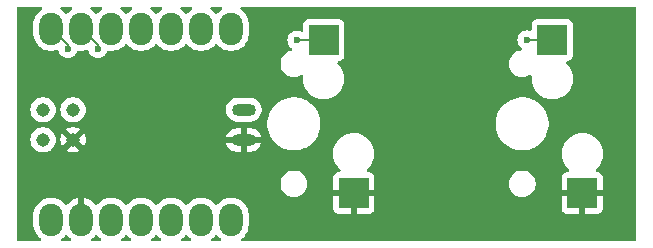
<source format=gbr>
G04 #@! TF.GenerationSoftware,KiCad,Pcbnew,8.0.6*
G04 #@! TF.CreationDate,2025-06-28T12:59:50+01:00*
G04 #@! TF.ProjectId,1x2,3178322e-6b69-4636-9164-5f7063625858,0.1*
G04 #@! TF.SameCoordinates,Original*
G04 #@! TF.FileFunction,Copper,L2,Bot*
G04 #@! TF.FilePolarity,Positive*
%FSLAX46Y46*%
G04 Gerber Fmt 4.6, Leading zero omitted, Abs format (unit mm)*
G04 Created by KiCad (PCBNEW 8.0.6) date 2025-06-28 12:59:50*
%MOMM*%
%LPD*%
G01*
G04 APERTURE LIST*
G04 #@! TA.AperFunction,SMDPad,CuDef*
%ADD10R,2.500000X2.550000*%
G04 #@! TD*
G04 #@! TA.AperFunction,SMDPad,CuDef*
%ADD11O,1.998980X2.748280*%
G04 #@! TD*
G04 #@! TA.AperFunction,SMDPad,CuDef*
%ADD12O,2.032000X1.016000*%
G04 #@! TD*
G04 #@! TA.AperFunction,SMDPad,CuDef*
%ADD13C,1.143000*%
G04 #@! TD*
G04 #@! TA.AperFunction,ViaPad*
%ADD14C,0.600000*%
G04 #@! TD*
G04 #@! TA.AperFunction,Conductor*
%ADD15C,0.200000*%
G04 #@! TD*
G04 APERTURE END LIST*
D10*
X124543942Y-56415000D03*
X127083942Y-69342000D03*
X105196876Y-56415000D03*
X107736876Y-69342000D03*
D11*
X82112942Y-55450000D03*
X84652942Y-55450000D03*
X87192942Y-55450000D03*
X89732942Y-55450000D03*
X92272942Y-55450000D03*
X94812942Y-55450000D03*
X97352942Y-55450000D03*
X97352942Y-71614560D03*
X94812942Y-71614560D03*
X92272942Y-71614560D03*
X89732942Y-71614560D03*
X87192942Y-71614560D03*
X84652942Y-71614560D03*
X82112942Y-71614560D03*
D12*
X98430762Y-62316880D03*
X98430762Y-64866880D03*
D13*
X81426575Y-62315683D03*
X81426575Y-64855683D03*
X83966575Y-62315683D03*
X83966575Y-64855683D03*
D14*
X102910000Y-56410000D03*
X83522942Y-57150000D03*
X122384942Y-56388000D03*
X86062942Y-57150000D03*
D15*
X103615942Y-56415000D02*
X105196876Y-56415000D01*
X102910000Y-56410000D02*
X103610942Y-56410000D01*
X82142692Y-55450000D02*
X83522942Y-56830250D01*
X83522942Y-56830250D02*
X83522942Y-57150000D01*
X103610942Y-56410000D02*
X103615942Y-56415000D01*
X82112942Y-55450000D02*
X82142692Y-55450000D01*
X86062942Y-56830250D02*
X86062942Y-57150000D01*
X84652942Y-55450000D02*
X84682692Y-55450000D01*
X122384942Y-56388000D02*
X124516942Y-56388000D01*
X124516942Y-56388000D02*
X124543942Y-56415000D01*
X84682692Y-55450000D02*
X86062942Y-56830250D01*
X89732942Y-55450000D02*
X89762692Y-55450000D01*
X87192942Y-55450000D02*
X87222692Y-55450000D01*
G04 #@! TA.AperFunction,Conductor*
G36*
X81295639Y-53606185D02*
G01*
X81341394Y-53658989D01*
X81351338Y-53728147D01*
X81322313Y-53791703D01*
X81301485Y-53810818D01*
X81135770Y-53931216D01*
X81135765Y-53931220D01*
X80968812Y-54098173D01*
X80968808Y-54098178D01*
X80830038Y-54289180D01*
X80722848Y-54499549D01*
X80649887Y-54724101D01*
X80612952Y-54957298D01*
X80612952Y-55942701D01*
X80649887Y-56175898D01*
X80722848Y-56400450D01*
X80796562Y-56545121D01*
X80807837Y-56567249D01*
X80830038Y-56610819D01*
X80968808Y-56801821D01*
X80968812Y-56801826D01*
X81135765Y-56968779D01*
X81135770Y-56968783D01*
X81299522Y-57087755D01*
X81326776Y-57107556D01*
X81455939Y-57173368D01*
X81537141Y-57214743D01*
X81537143Y-57214743D01*
X81537146Y-57214745D01*
X81761694Y-57287705D01*
X81994890Y-57324640D01*
X81994891Y-57324640D01*
X82230993Y-57324640D01*
X82230994Y-57324640D01*
X82464190Y-57287705D01*
X82581296Y-57249654D01*
X82651135Y-57247660D01*
X82710968Y-57283740D01*
X82736654Y-57326631D01*
X82797151Y-57499519D01*
X82797153Y-57499522D01*
X82893126Y-57652262D01*
X83020680Y-57779816D01*
X83173420Y-57875789D01*
X83334999Y-57932328D01*
X83343687Y-57935368D01*
X83343692Y-57935369D01*
X83522938Y-57955565D01*
X83522942Y-57955565D01*
X83522946Y-57955565D01*
X83702191Y-57935369D01*
X83702194Y-57935368D01*
X83702197Y-57935368D01*
X83872464Y-57875789D01*
X84025204Y-57779816D01*
X84152758Y-57652262D01*
X84248731Y-57499522D01*
X84287547Y-57388590D01*
X84328267Y-57331817D01*
X84393220Y-57306069D01*
X84423986Y-57307074D01*
X84470070Y-57314373D01*
X84534890Y-57324640D01*
X84534891Y-57324640D01*
X84770993Y-57324640D01*
X84770994Y-57324640D01*
X85004190Y-57287705D01*
X85121296Y-57249654D01*
X85191135Y-57247660D01*
X85250968Y-57283740D01*
X85276654Y-57326631D01*
X85337151Y-57499519D01*
X85337153Y-57499522D01*
X85433126Y-57652262D01*
X85560680Y-57779816D01*
X85713420Y-57875789D01*
X85874999Y-57932328D01*
X85883687Y-57935368D01*
X85883692Y-57935369D01*
X86062938Y-57955565D01*
X86062942Y-57955565D01*
X86062946Y-57955565D01*
X86242191Y-57935369D01*
X86242194Y-57935368D01*
X86242197Y-57935368D01*
X86412464Y-57875789D01*
X86565204Y-57779816D01*
X86692758Y-57652262D01*
X86788731Y-57499522D01*
X86827547Y-57388590D01*
X86868267Y-57331817D01*
X86933220Y-57306069D01*
X86963986Y-57307074D01*
X87010070Y-57314373D01*
X87074890Y-57324640D01*
X87074891Y-57324640D01*
X87310993Y-57324640D01*
X87310994Y-57324640D01*
X87544190Y-57287705D01*
X87768738Y-57214745D01*
X87979108Y-57107556D01*
X88170120Y-56968778D01*
X88337070Y-56801828D01*
X88362623Y-56766656D01*
X88417952Y-56723991D01*
X88487565Y-56718010D01*
X88549361Y-56750615D01*
X88563261Y-56766657D01*
X88588810Y-56801824D01*
X88755765Y-56968779D01*
X88755770Y-56968783D01*
X88919522Y-57087755D01*
X88946776Y-57107556D01*
X89075939Y-57173368D01*
X89157141Y-57214743D01*
X89157143Y-57214743D01*
X89157146Y-57214745D01*
X89381694Y-57287705D01*
X89614890Y-57324640D01*
X89614891Y-57324640D01*
X89850993Y-57324640D01*
X89850994Y-57324640D01*
X90084190Y-57287705D01*
X90308738Y-57214745D01*
X90519108Y-57107556D01*
X90710120Y-56968778D01*
X90877070Y-56801828D01*
X90902623Y-56766656D01*
X90957952Y-56723991D01*
X91027565Y-56718010D01*
X91089361Y-56750615D01*
X91103261Y-56766657D01*
X91128810Y-56801824D01*
X91295765Y-56968779D01*
X91295770Y-56968783D01*
X91459522Y-57087755D01*
X91486776Y-57107556D01*
X91615939Y-57173368D01*
X91697141Y-57214743D01*
X91697143Y-57214743D01*
X91697146Y-57214745D01*
X91921694Y-57287705D01*
X92154890Y-57324640D01*
X92154891Y-57324640D01*
X92390993Y-57324640D01*
X92390994Y-57324640D01*
X92624190Y-57287705D01*
X92848738Y-57214745D01*
X93059108Y-57107556D01*
X93250120Y-56968778D01*
X93417070Y-56801828D01*
X93442623Y-56766656D01*
X93497952Y-56723991D01*
X93567565Y-56718010D01*
X93629361Y-56750615D01*
X93643261Y-56766657D01*
X93668810Y-56801824D01*
X93835765Y-56968779D01*
X93835770Y-56968783D01*
X93999522Y-57087755D01*
X94026776Y-57107556D01*
X94155939Y-57173368D01*
X94237141Y-57214743D01*
X94237143Y-57214743D01*
X94237146Y-57214745D01*
X94461694Y-57287705D01*
X94694890Y-57324640D01*
X94694891Y-57324640D01*
X94930993Y-57324640D01*
X94930994Y-57324640D01*
X95164190Y-57287705D01*
X95388738Y-57214745D01*
X95599108Y-57107556D01*
X95790120Y-56968778D01*
X95957070Y-56801828D01*
X95982623Y-56766656D01*
X96037952Y-56723991D01*
X96107565Y-56718010D01*
X96169361Y-56750615D01*
X96183261Y-56766657D01*
X96208810Y-56801824D01*
X96375765Y-56968779D01*
X96375770Y-56968783D01*
X96539522Y-57087755D01*
X96566776Y-57107556D01*
X96695939Y-57173368D01*
X96777141Y-57214743D01*
X96777143Y-57214743D01*
X96777146Y-57214745D01*
X97001694Y-57287705D01*
X97234890Y-57324640D01*
X97234891Y-57324640D01*
X97470993Y-57324640D01*
X97470994Y-57324640D01*
X97704190Y-57287705D01*
X97928738Y-57214745D01*
X98139108Y-57107556D01*
X98330120Y-56968778D01*
X98497070Y-56801828D01*
X98635848Y-56610816D01*
X98743037Y-56400446D01*
X98815997Y-56175898D01*
X98852932Y-55942702D01*
X98852932Y-54957298D01*
X98815997Y-54724102D01*
X98743037Y-54499554D01*
X98743035Y-54499551D01*
X98743035Y-54499549D01*
X98704148Y-54423230D01*
X98635848Y-54289184D01*
X98618118Y-54264781D01*
X98497075Y-54098178D01*
X98497071Y-54098173D01*
X98330118Y-53931220D01*
X98330113Y-53931216D01*
X98164399Y-53810818D01*
X98121733Y-53755488D01*
X98115754Y-53685875D01*
X98148360Y-53624080D01*
X98209198Y-53589723D01*
X98237284Y-53586500D01*
X131524442Y-53586500D01*
X131591481Y-53606185D01*
X131637236Y-53658989D01*
X131648442Y-53710500D01*
X131648442Y-73289500D01*
X131628757Y-73356539D01*
X131575953Y-73402294D01*
X131524442Y-73413500D01*
X98326143Y-73413500D01*
X98259104Y-73393815D01*
X98213349Y-73341011D01*
X98203405Y-73271853D01*
X98232430Y-73208297D01*
X98253258Y-73189182D01*
X98330114Y-73133343D01*
X98330116Y-73133340D01*
X98330120Y-73133338D01*
X98497070Y-72966388D01*
X98635848Y-72775376D01*
X98743037Y-72565006D01*
X98815997Y-72340458D01*
X98852932Y-72107262D01*
X98852932Y-71121858D01*
X98815997Y-70888662D01*
X98743274Y-70664844D01*
X105986876Y-70664844D01*
X105993277Y-70724372D01*
X105993279Y-70724379D01*
X106043521Y-70859086D01*
X106043525Y-70859093D01*
X106129685Y-70974187D01*
X106129688Y-70974190D01*
X106244782Y-71060350D01*
X106244789Y-71060354D01*
X106379496Y-71110596D01*
X106379503Y-71110598D01*
X106439031Y-71116999D01*
X106439048Y-71117000D01*
X107486876Y-71117000D01*
X107986876Y-71117000D01*
X109034704Y-71117000D01*
X109034720Y-71116999D01*
X109094248Y-71110598D01*
X109094255Y-71110596D01*
X109228962Y-71060354D01*
X109228969Y-71060350D01*
X109344063Y-70974190D01*
X109344066Y-70974187D01*
X109430226Y-70859093D01*
X109430230Y-70859086D01*
X109480472Y-70724379D01*
X109480474Y-70724372D01*
X109486875Y-70664844D01*
X125333942Y-70664844D01*
X125340343Y-70724372D01*
X125340345Y-70724379D01*
X125390587Y-70859086D01*
X125390591Y-70859093D01*
X125476751Y-70974187D01*
X125476754Y-70974190D01*
X125591848Y-71060350D01*
X125591855Y-71060354D01*
X125726562Y-71110596D01*
X125726569Y-71110598D01*
X125786097Y-71116999D01*
X125786114Y-71117000D01*
X126833942Y-71117000D01*
X127333942Y-71117000D01*
X128381770Y-71117000D01*
X128381786Y-71116999D01*
X128441314Y-71110598D01*
X128441321Y-71110596D01*
X128576028Y-71060354D01*
X128576035Y-71060350D01*
X128691129Y-70974190D01*
X128691132Y-70974187D01*
X128777292Y-70859093D01*
X128777296Y-70859086D01*
X128827538Y-70724379D01*
X128827540Y-70724372D01*
X128833941Y-70664844D01*
X128833942Y-70664827D01*
X128833942Y-69592000D01*
X127333942Y-69592000D01*
X127333942Y-71117000D01*
X126833942Y-71117000D01*
X126833942Y-69592000D01*
X125333942Y-69592000D01*
X125333942Y-70664844D01*
X109486875Y-70664844D01*
X109486876Y-70664827D01*
X109486876Y-69592000D01*
X107986876Y-69592000D01*
X107986876Y-71117000D01*
X107486876Y-71117000D01*
X107486876Y-69592000D01*
X105986876Y-69592000D01*
X105986876Y-70664844D01*
X98743274Y-70664844D01*
X98743037Y-70664114D01*
X98743035Y-70664111D01*
X98743035Y-70664109D01*
X98704148Y-70587790D01*
X98635848Y-70453744D01*
X98618118Y-70429341D01*
X98497075Y-70262738D01*
X98497071Y-70262733D01*
X98330118Y-70095780D01*
X98330113Y-70095776D01*
X98139111Y-69957006D01*
X98139110Y-69957005D01*
X98139108Y-69957004D01*
X98073413Y-69923530D01*
X97928742Y-69849816D01*
X97704190Y-69776855D01*
X97470994Y-69739920D01*
X97234890Y-69739920D01*
X97118292Y-69758387D01*
X97001693Y-69776855D01*
X96777141Y-69849816D01*
X96566772Y-69957006D01*
X96375770Y-70095776D01*
X96375765Y-70095780D01*
X96208816Y-70262729D01*
X96208811Y-70262735D01*
X96183260Y-70297904D01*
X96127930Y-70340570D01*
X96058317Y-70346549D01*
X95996522Y-70313943D01*
X95982624Y-70297904D01*
X95957307Y-70263058D01*
X95957070Y-70262732D01*
X95790120Y-70095782D01*
X95790118Y-70095780D01*
X95790113Y-70095776D01*
X95599111Y-69957006D01*
X95599110Y-69957005D01*
X95599108Y-69957004D01*
X95533413Y-69923530D01*
X95388742Y-69849816D01*
X95164190Y-69776855D01*
X94930994Y-69739920D01*
X94694890Y-69739920D01*
X94578292Y-69758387D01*
X94461693Y-69776855D01*
X94237141Y-69849816D01*
X94026772Y-69957006D01*
X93835770Y-70095776D01*
X93835765Y-70095780D01*
X93668816Y-70262729D01*
X93668811Y-70262735D01*
X93643260Y-70297904D01*
X93587930Y-70340570D01*
X93518317Y-70346549D01*
X93456522Y-70313943D01*
X93442624Y-70297904D01*
X93417307Y-70263058D01*
X93417070Y-70262732D01*
X93250120Y-70095782D01*
X93250118Y-70095780D01*
X93250113Y-70095776D01*
X93059111Y-69957006D01*
X93059110Y-69957005D01*
X93059108Y-69957004D01*
X92993413Y-69923530D01*
X92848742Y-69849816D01*
X92624190Y-69776855D01*
X92390994Y-69739920D01*
X92154890Y-69739920D01*
X92038292Y-69758387D01*
X91921693Y-69776855D01*
X91697141Y-69849816D01*
X91486772Y-69957006D01*
X91295770Y-70095776D01*
X91295765Y-70095780D01*
X91128816Y-70262729D01*
X91128811Y-70262735D01*
X91103260Y-70297904D01*
X91047930Y-70340570D01*
X90978317Y-70346549D01*
X90916522Y-70313943D01*
X90902624Y-70297904D01*
X90877307Y-70263058D01*
X90877070Y-70262732D01*
X90710120Y-70095782D01*
X90710118Y-70095780D01*
X90710113Y-70095776D01*
X90519111Y-69957006D01*
X90519110Y-69957005D01*
X90519108Y-69957004D01*
X90453413Y-69923530D01*
X90308742Y-69849816D01*
X90084190Y-69776855D01*
X89850994Y-69739920D01*
X89614890Y-69739920D01*
X89498292Y-69758387D01*
X89381693Y-69776855D01*
X89157141Y-69849816D01*
X88946772Y-69957006D01*
X88755770Y-70095776D01*
X88755765Y-70095780D01*
X88588816Y-70262729D01*
X88588811Y-70262735D01*
X88563260Y-70297904D01*
X88507930Y-70340570D01*
X88438317Y-70346549D01*
X88376522Y-70313943D01*
X88362624Y-70297904D01*
X88337307Y-70263058D01*
X88337070Y-70262732D01*
X88170120Y-70095782D01*
X88170118Y-70095780D01*
X88170113Y-70095776D01*
X87979111Y-69957006D01*
X87979110Y-69957005D01*
X87979108Y-69957004D01*
X87913413Y-69923530D01*
X87768742Y-69849816D01*
X87544190Y-69776855D01*
X87310994Y-69739920D01*
X87074890Y-69739920D01*
X86958292Y-69758387D01*
X86841693Y-69776855D01*
X86617141Y-69849816D01*
X86406772Y-69957006D01*
X86215770Y-70095776D01*
X86215765Y-70095780D01*
X86048816Y-70262729D01*
X86048816Y-70262730D01*
X86048814Y-70262732D01*
X86022952Y-70298328D01*
X86022951Y-70298330D01*
X85967621Y-70340995D01*
X85898007Y-70346974D01*
X85836212Y-70314368D01*
X85822315Y-70298330D01*
X85796686Y-70263055D01*
X85629796Y-70096165D01*
X85438846Y-69957431D01*
X85228548Y-69850279D01*
X85004069Y-69777341D01*
X84902942Y-69761323D01*
X84902942Y-71740560D01*
X84883257Y-71807599D01*
X84830453Y-71853354D01*
X84778942Y-71864560D01*
X84526942Y-71864560D01*
X84459903Y-71844875D01*
X84414148Y-71792071D01*
X84402942Y-71740560D01*
X84402942Y-69761323D01*
X84301814Y-69777341D01*
X84077335Y-69850279D01*
X83867037Y-69957431D01*
X83676088Y-70096165D01*
X83676087Y-70096165D01*
X83509194Y-70263058D01*
X83483568Y-70298330D01*
X83428238Y-70340995D01*
X83358624Y-70346973D01*
X83296830Y-70314366D01*
X83282933Y-70298328D01*
X83257075Y-70262738D01*
X83257071Y-70262733D01*
X83090118Y-70095780D01*
X83090113Y-70095776D01*
X82899111Y-69957006D01*
X82899110Y-69957005D01*
X82899108Y-69957004D01*
X82833413Y-69923530D01*
X82688742Y-69849816D01*
X82464190Y-69776855D01*
X82230994Y-69739920D01*
X81994890Y-69739920D01*
X81878292Y-69758387D01*
X81761693Y-69776855D01*
X81537141Y-69849816D01*
X81326772Y-69957006D01*
X81135770Y-70095776D01*
X81135765Y-70095780D01*
X80968812Y-70262733D01*
X80968808Y-70262738D01*
X80830038Y-70453740D01*
X80722848Y-70664109D01*
X80649887Y-70888661D01*
X80612952Y-71121858D01*
X80612952Y-72107261D01*
X80649887Y-72340458D01*
X80722848Y-72565010D01*
X80830038Y-72775379D01*
X80968808Y-72966381D01*
X80968812Y-72966386D01*
X81135769Y-73133343D01*
X81212626Y-73189182D01*
X81255292Y-73244511D01*
X81261271Y-73314125D01*
X81228666Y-73375920D01*
X81167827Y-73410277D01*
X81139741Y-73413500D01*
X79321442Y-73413500D01*
X79254403Y-73393815D01*
X79208648Y-73341011D01*
X79197442Y-73289500D01*
X79197442Y-68491421D01*
X101531376Y-68491421D01*
X101531376Y-68668578D01*
X101559090Y-68843556D01*
X101613832Y-69012039D01*
X101613833Y-69012042D01*
X101694262Y-69169890D01*
X101798393Y-69313214D01*
X101923662Y-69438483D01*
X102066986Y-69542614D01*
X102144405Y-69582061D01*
X102224833Y-69623042D01*
X102224836Y-69623043D01*
X102309077Y-69650414D01*
X102393321Y-69677786D01*
X102568297Y-69705500D01*
X102568298Y-69705500D01*
X102745454Y-69705500D01*
X102745455Y-69705500D01*
X102920431Y-69677786D01*
X103088918Y-69623042D01*
X103246766Y-69542614D01*
X103390090Y-69438483D01*
X103515359Y-69313214D01*
X103619490Y-69169890D01*
X103699918Y-69012042D01*
X103754662Y-68843555D01*
X103782376Y-68668579D01*
X103782376Y-68491421D01*
X103754662Y-68316445D01*
X103699918Y-68147958D01*
X103699918Y-68147957D01*
X103619489Y-67990109D01*
X103515359Y-67846786D01*
X103390090Y-67721517D01*
X103246766Y-67617386D01*
X103238833Y-67613344D01*
X103088918Y-67536957D01*
X103088915Y-67536956D01*
X102920432Y-67482214D01*
X102832943Y-67468357D01*
X102745455Y-67454500D01*
X102568297Y-67454500D01*
X102509971Y-67463738D01*
X102393319Y-67482214D01*
X102224836Y-67536956D01*
X102224833Y-67536957D01*
X102066985Y-67617386D01*
X101985214Y-67676796D01*
X101923662Y-67721517D01*
X101923660Y-67721519D01*
X101923659Y-67721519D01*
X101798395Y-67846783D01*
X101798395Y-67846784D01*
X101798393Y-67846786D01*
X101753672Y-67908338D01*
X101694262Y-67990109D01*
X101613833Y-68147957D01*
X101613832Y-68147960D01*
X101559090Y-68316443D01*
X101531376Y-68491421D01*
X79197442Y-68491421D01*
X79197442Y-64855682D01*
X80349982Y-64855682D01*
X80349982Y-64855683D01*
X80368312Y-65053505D01*
X80368313Y-65053508D01*
X80422679Y-65244588D01*
X80422682Y-65244594D01*
X80511237Y-65422436D01*
X80630964Y-65580981D01*
X80706502Y-65649842D01*
X80777783Y-65714823D01*
X80946696Y-65819410D01*
X81131951Y-65891178D01*
X81327240Y-65927683D01*
X81327243Y-65927683D01*
X81525907Y-65927683D01*
X81525910Y-65927683D01*
X81721199Y-65891178D01*
X81906454Y-65819410D01*
X81987515Y-65769219D01*
X83406590Y-65769219D01*
X83406590Y-65769220D01*
X83486916Y-65818957D01*
X83486923Y-65818960D01*
X83672086Y-65890692D01*
X83672091Y-65890693D01*
X83867288Y-65927183D01*
X84065862Y-65927183D01*
X84076159Y-65925258D01*
X105986376Y-65925258D01*
X105986376Y-66154741D01*
X106011322Y-66344215D01*
X106016328Y-66382238D01*
X106016329Y-66382240D01*
X106075718Y-66603887D01*
X106163526Y-66815876D01*
X106163533Y-66815890D01*
X106278268Y-67014617D01*
X106417957Y-67196661D01*
X106417965Y-67196670D01*
X106576614Y-67355319D01*
X106610099Y-67416642D01*
X106605115Y-67486334D01*
X106563243Y-67542267D01*
X106497779Y-67566684D01*
X106488933Y-67567000D01*
X106439031Y-67567000D01*
X106379503Y-67573401D01*
X106379496Y-67573403D01*
X106244789Y-67623645D01*
X106244782Y-67623649D01*
X106129688Y-67709809D01*
X106129685Y-67709812D01*
X106043525Y-67824906D01*
X106043521Y-67824913D01*
X105993279Y-67959620D01*
X105993277Y-67959627D01*
X105986876Y-68019155D01*
X105986876Y-69092000D01*
X109486876Y-69092000D01*
X109486876Y-68491421D01*
X120878442Y-68491421D01*
X120878442Y-68668578D01*
X120906156Y-68843556D01*
X120960898Y-69012039D01*
X120960899Y-69012042D01*
X121041328Y-69169890D01*
X121145459Y-69313214D01*
X121270728Y-69438483D01*
X121414052Y-69542614D01*
X121491471Y-69582061D01*
X121571899Y-69623042D01*
X121571902Y-69623043D01*
X121656143Y-69650414D01*
X121740387Y-69677786D01*
X121915363Y-69705500D01*
X121915364Y-69705500D01*
X122092520Y-69705500D01*
X122092521Y-69705500D01*
X122267497Y-69677786D01*
X122435984Y-69623042D01*
X122593832Y-69542614D01*
X122737156Y-69438483D01*
X122862425Y-69313214D01*
X122966556Y-69169890D01*
X123046984Y-69012042D01*
X123101728Y-68843555D01*
X123129442Y-68668579D01*
X123129442Y-68491421D01*
X123101728Y-68316445D01*
X123046984Y-68147958D01*
X123046984Y-68147957D01*
X122966555Y-67990109D01*
X122862425Y-67846786D01*
X122737156Y-67721517D01*
X122593832Y-67617386D01*
X122585899Y-67613344D01*
X122435984Y-67536957D01*
X122435981Y-67536956D01*
X122267498Y-67482214D01*
X122180009Y-67468357D01*
X122092521Y-67454500D01*
X121915363Y-67454500D01*
X121857037Y-67463738D01*
X121740385Y-67482214D01*
X121571902Y-67536956D01*
X121571899Y-67536957D01*
X121414051Y-67617386D01*
X121332280Y-67676796D01*
X121270728Y-67721517D01*
X121270726Y-67721519D01*
X121270725Y-67721519D01*
X121145461Y-67846783D01*
X121145461Y-67846784D01*
X121145459Y-67846786D01*
X121100738Y-67908338D01*
X121041328Y-67990109D01*
X120960899Y-68147957D01*
X120960898Y-68147960D01*
X120906156Y-68316443D01*
X120878442Y-68491421D01*
X109486876Y-68491421D01*
X109486876Y-68019172D01*
X109486875Y-68019155D01*
X109480474Y-67959627D01*
X109480472Y-67959620D01*
X109430230Y-67824913D01*
X109430226Y-67824906D01*
X109344066Y-67709812D01*
X109344063Y-67709809D01*
X109228969Y-67623649D01*
X109228962Y-67623645D01*
X109094255Y-67573403D01*
X109094248Y-67573401D01*
X109034720Y-67567000D01*
X108984819Y-67567000D01*
X108917780Y-67547315D01*
X108872025Y-67494511D01*
X108862081Y-67425353D01*
X108891106Y-67361797D01*
X108897138Y-67355319D01*
X109055787Y-67196670D01*
X109055790Y-67196665D01*
X109055795Y-67196661D01*
X109195487Y-67014612D01*
X109310220Y-66815888D01*
X109398034Y-66603887D01*
X109457424Y-66382238D01*
X109487376Y-66154734D01*
X109487376Y-65925266D01*
X109487375Y-65925258D01*
X125333442Y-65925258D01*
X125333442Y-66154741D01*
X125358388Y-66344215D01*
X125363394Y-66382238D01*
X125363395Y-66382240D01*
X125422784Y-66603887D01*
X125510592Y-66815876D01*
X125510599Y-66815890D01*
X125625334Y-67014617D01*
X125765023Y-67196661D01*
X125765031Y-67196670D01*
X125923680Y-67355319D01*
X125957165Y-67416642D01*
X125952181Y-67486334D01*
X125910309Y-67542267D01*
X125844845Y-67566684D01*
X125835999Y-67567000D01*
X125786097Y-67567000D01*
X125726569Y-67573401D01*
X125726562Y-67573403D01*
X125591855Y-67623645D01*
X125591848Y-67623649D01*
X125476754Y-67709809D01*
X125476751Y-67709812D01*
X125390591Y-67824906D01*
X125390587Y-67824913D01*
X125340345Y-67959620D01*
X125340343Y-67959627D01*
X125333942Y-68019155D01*
X125333942Y-69092000D01*
X128833942Y-69092000D01*
X128833942Y-68019172D01*
X128833941Y-68019155D01*
X128827540Y-67959627D01*
X128827538Y-67959620D01*
X128777296Y-67824913D01*
X128777292Y-67824906D01*
X128691132Y-67709812D01*
X128691129Y-67709809D01*
X128576035Y-67623649D01*
X128576028Y-67623645D01*
X128441321Y-67573403D01*
X128441314Y-67573401D01*
X128381786Y-67567000D01*
X128331885Y-67567000D01*
X128264846Y-67547315D01*
X128219091Y-67494511D01*
X128209147Y-67425353D01*
X128238172Y-67361797D01*
X128244204Y-67355319D01*
X128402853Y-67196670D01*
X128402856Y-67196665D01*
X128402861Y-67196661D01*
X128542553Y-67014612D01*
X128657286Y-66815888D01*
X128745100Y-66603887D01*
X128804490Y-66382238D01*
X128834442Y-66154734D01*
X128834442Y-65925266D01*
X128804490Y-65697762D01*
X128745100Y-65476113D01*
X128657286Y-65264112D01*
X128542553Y-65065388D01*
X128542550Y-65065385D01*
X128542549Y-65065382D01*
X128402860Y-64883338D01*
X128402853Y-64883330D01*
X128240612Y-64721089D01*
X128240603Y-64721081D01*
X128058559Y-64581392D01*
X127859832Y-64466657D01*
X127859818Y-64466650D01*
X127647829Y-64378842D01*
X127426180Y-64319452D01*
X127388157Y-64314446D01*
X127198683Y-64289500D01*
X127198676Y-64289500D01*
X126969208Y-64289500D01*
X126969200Y-64289500D01*
X126752657Y-64318009D01*
X126741704Y-64319452D01*
X126648018Y-64344554D01*
X126520054Y-64378842D01*
X126308065Y-64466650D01*
X126308051Y-64466657D01*
X126109324Y-64581392D01*
X125927280Y-64721081D01*
X125765023Y-64883338D01*
X125625334Y-65065382D01*
X125510599Y-65264109D01*
X125510592Y-65264123D01*
X125422784Y-65476112D01*
X125363395Y-65697759D01*
X125363393Y-65697770D01*
X125333442Y-65925258D01*
X109487375Y-65925258D01*
X109457424Y-65697762D01*
X109398034Y-65476113D01*
X109310220Y-65264112D01*
X109195487Y-65065388D01*
X109195484Y-65065385D01*
X109195483Y-65065382D01*
X109055794Y-64883338D01*
X109055787Y-64883330D01*
X108893546Y-64721089D01*
X108893537Y-64721081D01*
X108711493Y-64581392D01*
X108512766Y-64466657D01*
X108512752Y-64466650D01*
X108300763Y-64378842D01*
X108079114Y-64319452D01*
X108041091Y-64314446D01*
X107851617Y-64289500D01*
X107851610Y-64289500D01*
X107622142Y-64289500D01*
X107622134Y-64289500D01*
X107405591Y-64318009D01*
X107394638Y-64319452D01*
X107300952Y-64344554D01*
X107172988Y-64378842D01*
X106960999Y-64466650D01*
X106960985Y-64466657D01*
X106762258Y-64581392D01*
X106580214Y-64721081D01*
X106417957Y-64883338D01*
X106278268Y-65065382D01*
X106163533Y-65264109D01*
X106163526Y-65264123D01*
X106075718Y-65476112D01*
X106016329Y-65697759D01*
X106016327Y-65697770D01*
X105986376Y-65925258D01*
X84076159Y-65925258D01*
X84261058Y-65890693D01*
X84261059Y-65890693D01*
X84446229Y-65818958D01*
X84446239Y-65818953D01*
X84526558Y-65769220D01*
X84526559Y-65769219D01*
X83966576Y-65209236D01*
X83966575Y-65209236D01*
X83406590Y-65769219D01*
X81987515Y-65769219D01*
X82075367Y-65714823D01*
X82222187Y-65580979D01*
X82341913Y-65422436D01*
X82430468Y-65244593D01*
X82430468Y-65244590D01*
X82430470Y-65244588D01*
X82461600Y-65135174D01*
X82484837Y-65053506D01*
X82503168Y-64855683D01*
X82503168Y-64855682D01*
X82890485Y-64855682D01*
X82890485Y-64855683D01*
X82908806Y-65053413D01*
X82963150Y-65244409D01*
X82963155Y-65244422D01*
X83049958Y-65418745D01*
X83049959Y-65418745D01*
X83613022Y-64855683D01*
X83613021Y-64855682D01*
X84320128Y-64855682D01*
X84320128Y-64855683D01*
X84883189Y-65418744D01*
X84883190Y-65418744D01*
X84969996Y-65244416D01*
X84970002Y-65244401D01*
X85006285Y-65116880D01*
X96944742Y-65116880D01*
X96953497Y-65160897D01*
X96953499Y-65160903D01*
X97029482Y-65344344D01*
X97029487Y-65344353D01*
X97139796Y-65509441D01*
X97139799Y-65509445D01*
X97280196Y-65649842D01*
X97280200Y-65649845D01*
X97445288Y-65760154D01*
X97445297Y-65760159D01*
X97628738Y-65836142D01*
X97628746Y-65836144D01*
X97823478Y-65874879D01*
X97823481Y-65874880D01*
X98180762Y-65874880D01*
X98680762Y-65874880D01*
X99038043Y-65874880D01*
X99038045Y-65874879D01*
X99232777Y-65836144D01*
X99232785Y-65836142D01*
X99416226Y-65760159D01*
X99416235Y-65760154D01*
X99581323Y-65649845D01*
X99581327Y-65649842D01*
X99721724Y-65509445D01*
X99721727Y-65509441D01*
X99832036Y-65344353D01*
X99832041Y-65344344D01*
X99908024Y-65160903D01*
X99908026Y-65160897D01*
X99916782Y-65116880D01*
X98680762Y-65116880D01*
X98680762Y-65874880D01*
X98180762Y-65874880D01*
X98180762Y-65116880D01*
X96944742Y-65116880D01*
X85006285Y-65116880D01*
X85024342Y-65053415D01*
X85024343Y-65053413D01*
X85042665Y-64855683D01*
X85042665Y-64855682D01*
X85024343Y-64657952D01*
X85024342Y-64657950D01*
X85012656Y-64616879D01*
X96944741Y-64616879D01*
X96944742Y-64616880D01*
X98180762Y-64616880D01*
X98680762Y-64616880D01*
X99916782Y-64616880D01*
X99916782Y-64616879D01*
X99908026Y-64572862D01*
X99908024Y-64572856D01*
X99832041Y-64389415D01*
X99832036Y-64389406D01*
X99721727Y-64224318D01*
X99721724Y-64224314D01*
X99581327Y-64083917D01*
X99581323Y-64083914D01*
X99416235Y-63973605D01*
X99416226Y-63973600D01*
X99232785Y-63897617D01*
X99232777Y-63897615D01*
X99038044Y-63858880D01*
X98680762Y-63858880D01*
X98680762Y-64616880D01*
X98180762Y-64616880D01*
X98180762Y-63858880D01*
X97823480Y-63858880D01*
X97628746Y-63897615D01*
X97628738Y-63897617D01*
X97445297Y-63973600D01*
X97445288Y-63973605D01*
X97280200Y-64083914D01*
X97280196Y-64083917D01*
X97139799Y-64224314D01*
X97139796Y-64224318D01*
X97029487Y-64389406D01*
X97029482Y-64389415D01*
X96953499Y-64572856D01*
X96953497Y-64572862D01*
X96944741Y-64616879D01*
X85012656Y-64616879D01*
X84970002Y-64466964D01*
X84969996Y-64466949D01*
X84883190Y-64292620D01*
X84883189Y-64292620D01*
X84320128Y-64855682D01*
X83613021Y-64855682D01*
X83049958Y-64292619D01*
X82963155Y-64466943D01*
X82963150Y-64466956D01*
X82908806Y-64657952D01*
X82890485Y-64855682D01*
X82503168Y-64855682D01*
X82484837Y-64657860D01*
X82460653Y-64572862D01*
X82430470Y-64466777D01*
X82430467Y-64466771D01*
X82391944Y-64389406D01*
X82341913Y-64288930D01*
X82222187Y-64130387D01*
X82222185Y-64130384D01*
X82075368Y-63996544D01*
X82075367Y-63996543D01*
X81987512Y-63942145D01*
X83406589Y-63942145D01*
X83966575Y-64502130D01*
X83966576Y-64502130D01*
X84526559Y-63942145D01*
X84446230Y-63892407D01*
X84446226Y-63892405D01*
X84261063Y-63820673D01*
X84261058Y-63820672D01*
X84065862Y-63784183D01*
X83867288Y-63784183D01*
X83672091Y-63820672D01*
X83672086Y-63820673D01*
X83486925Y-63892404D01*
X83486916Y-63892408D01*
X83406590Y-63942144D01*
X83406589Y-63942145D01*
X81987512Y-63942145D01*
X81987510Y-63942144D01*
X81906455Y-63891956D01*
X81906453Y-63891955D01*
X81721202Y-63820189D01*
X81721201Y-63820188D01*
X81721199Y-63820188D01*
X81525910Y-63783683D01*
X81327240Y-63783683D01*
X81131951Y-63820188D01*
X81131949Y-63820188D01*
X81131947Y-63820189D01*
X80946696Y-63891955D01*
X80946694Y-63891956D01*
X80777781Y-63996544D01*
X80630964Y-64130384D01*
X80511237Y-64288929D01*
X80422682Y-64466771D01*
X80422679Y-64466777D01*
X80368313Y-64657857D01*
X80368312Y-64657860D01*
X80349982Y-64855682D01*
X79197442Y-64855682D01*
X79197442Y-62315682D01*
X80349982Y-62315682D01*
X80349982Y-62315683D01*
X80368312Y-62513505D01*
X80368313Y-62513508D01*
X80422679Y-62704588D01*
X80422682Y-62704594D01*
X80511237Y-62882436D01*
X80630964Y-63040981D01*
X80757268Y-63156121D01*
X80777783Y-63174823D01*
X80946696Y-63279410D01*
X81131951Y-63351178D01*
X81327240Y-63387683D01*
X81327243Y-63387683D01*
X81525907Y-63387683D01*
X81525910Y-63387683D01*
X81721199Y-63351178D01*
X81906454Y-63279410D01*
X82075367Y-63174823D01*
X82222187Y-63040979D01*
X82341913Y-62882436D01*
X82430468Y-62704593D01*
X82430468Y-62704590D01*
X82430470Y-62704588D01*
X82484836Y-62513508D01*
X82484837Y-62513505D01*
X82493853Y-62416213D01*
X82503168Y-62315683D01*
X82503168Y-62315682D01*
X82889982Y-62315682D01*
X82889982Y-62315683D01*
X82908312Y-62513505D01*
X82908313Y-62513508D01*
X82962679Y-62704588D01*
X82962682Y-62704594D01*
X83051237Y-62882436D01*
X83170964Y-63040981D01*
X83297268Y-63156121D01*
X83317783Y-63174823D01*
X83486696Y-63279410D01*
X83671951Y-63351178D01*
X83867240Y-63387683D01*
X83867243Y-63387683D01*
X84065907Y-63387683D01*
X84065910Y-63387683D01*
X84251987Y-63352900D01*
X100412476Y-63352900D01*
X100412476Y-63647099D01*
X100412477Y-63647116D01*
X100450877Y-63938796D01*
X100527028Y-64222994D01*
X100639610Y-64494794D01*
X100639618Y-64494810D01*
X100786716Y-64749589D01*
X100786727Y-64749605D01*
X100965824Y-64983009D01*
X100965830Y-64983016D01*
X101173859Y-65191045D01*
X101173866Y-65191051D01*
X101340081Y-65318592D01*
X101407279Y-65370155D01*
X101407286Y-65370159D01*
X101662065Y-65517257D01*
X101662081Y-65517265D01*
X101933881Y-65629847D01*
X101933883Y-65629847D01*
X101933889Y-65629850D01*
X102218076Y-65705998D01*
X102509770Y-65744400D01*
X102509777Y-65744400D01*
X102803975Y-65744400D01*
X102803982Y-65744400D01*
X103095676Y-65705998D01*
X103379863Y-65629850D01*
X103497849Y-65580979D01*
X103651670Y-65517265D01*
X103651673Y-65517263D01*
X103651679Y-65517261D01*
X103906473Y-65370155D01*
X104139887Y-65191050D01*
X104347926Y-64983011D01*
X104527031Y-64749597D01*
X104674137Y-64494803D01*
X104685675Y-64466949D01*
X104786723Y-64222994D01*
X104786722Y-64222994D01*
X104786726Y-64222987D01*
X104862874Y-63938800D01*
X104901276Y-63647106D01*
X104901276Y-63352900D01*
X119759542Y-63352900D01*
X119759542Y-63647099D01*
X119759543Y-63647116D01*
X119797943Y-63938796D01*
X119874094Y-64222994D01*
X119986676Y-64494794D01*
X119986684Y-64494810D01*
X120133782Y-64749589D01*
X120133793Y-64749605D01*
X120312890Y-64983009D01*
X120312896Y-64983016D01*
X120520925Y-65191045D01*
X120520932Y-65191051D01*
X120687147Y-65318592D01*
X120754345Y-65370155D01*
X120754352Y-65370159D01*
X121009131Y-65517257D01*
X121009147Y-65517265D01*
X121280947Y-65629847D01*
X121280949Y-65629847D01*
X121280955Y-65629850D01*
X121565142Y-65705998D01*
X121856836Y-65744400D01*
X121856843Y-65744400D01*
X122151041Y-65744400D01*
X122151048Y-65744400D01*
X122442742Y-65705998D01*
X122726929Y-65629850D01*
X122844915Y-65580979D01*
X122998736Y-65517265D01*
X122998739Y-65517263D01*
X122998745Y-65517261D01*
X123253539Y-65370155D01*
X123486953Y-65191050D01*
X123694992Y-64983011D01*
X123874097Y-64749597D01*
X124021203Y-64494803D01*
X124032741Y-64466949D01*
X124133789Y-64222994D01*
X124133788Y-64222994D01*
X124133792Y-64222987D01*
X124209940Y-63938800D01*
X124248342Y-63647106D01*
X124248342Y-63352894D01*
X124209940Y-63061200D01*
X124133792Y-62777013D01*
X124133789Y-62777005D01*
X124021207Y-62505205D01*
X124021199Y-62505189D01*
X123874101Y-62250410D01*
X123874097Y-62250403D01*
X123694992Y-62016989D01*
X123694987Y-62016983D01*
X123486958Y-61808954D01*
X123486951Y-61808948D01*
X123253547Y-61629851D01*
X123253545Y-61629849D01*
X123253539Y-61629845D01*
X123253534Y-61629842D01*
X123253531Y-61629840D01*
X122998752Y-61482742D01*
X122998736Y-61482734D01*
X122726936Y-61370152D01*
X122659024Y-61351955D01*
X122442742Y-61294002D01*
X122442741Y-61294001D01*
X122442738Y-61294001D01*
X122151058Y-61255601D01*
X122151053Y-61255600D01*
X122151048Y-61255600D01*
X121856836Y-61255600D01*
X121856830Y-61255600D01*
X121856825Y-61255601D01*
X121565145Y-61294001D01*
X121280947Y-61370152D01*
X121009147Y-61482734D01*
X121009131Y-61482742D01*
X120754352Y-61629840D01*
X120754336Y-61629851D01*
X120520932Y-61808948D01*
X120520925Y-61808954D01*
X120312896Y-62016983D01*
X120312890Y-62016990D01*
X120133793Y-62250394D01*
X120133782Y-62250410D01*
X119986684Y-62505189D01*
X119986676Y-62505205D01*
X119874094Y-62777005D01*
X119797943Y-63061203D01*
X119759543Y-63352883D01*
X119759542Y-63352900D01*
X104901276Y-63352900D01*
X104901276Y-63352894D01*
X104862874Y-63061200D01*
X104786726Y-62777013D01*
X104786723Y-62777005D01*
X104674141Y-62505205D01*
X104674133Y-62505189D01*
X104527035Y-62250410D01*
X104527031Y-62250403D01*
X104347926Y-62016989D01*
X104347921Y-62016983D01*
X104139892Y-61808954D01*
X104139885Y-61808948D01*
X103906481Y-61629851D01*
X103906479Y-61629849D01*
X103906473Y-61629845D01*
X103906468Y-61629842D01*
X103906465Y-61629840D01*
X103651686Y-61482742D01*
X103651670Y-61482734D01*
X103379870Y-61370152D01*
X103311958Y-61351955D01*
X103095676Y-61294002D01*
X103095675Y-61294001D01*
X103095672Y-61294001D01*
X102803992Y-61255601D01*
X102803987Y-61255600D01*
X102803982Y-61255600D01*
X102509770Y-61255600D01*
X102509764Y-61255600D01*
X102509759Y-61255601D01*
X102218079Y-61294001D01*
X101933881Y-61370152D01*
X101662081Y-61482734D01*
X101662065Y-61482742D01*
X101407286Y-61629840D01*
X101407270Y-61629851D01*
X101173866Y-61808948D01*
X101173859Y-61808954D01*
X100965830Y-62016983D01*
X100965824Y-62016990D01*
X100786727Y-62250394D01*
X100786716Y-62250410D01*
X100639618Y-62505189D01*
X100639610Y-62505205D01*
X100527028Y-62777005D01*
X100450877Y-63061203D01*
X100412477Y-63352883D01*
X100412476Y-63352900D01*
X84251987Y-63352900D01*
X84261199Y-63351178D01*
X84446454Y-63279410D01*
X84615367Y-63174823D01*
X84762187Y-63040979D01*
X84881913Y-62882436D01*
X84970468Y-62704593D01*
X84970468Y-62704590D01*
X84970470Y-62704588D01*
X85024836Y-62513508D01*
X85024837Y-62513505D01*
X85033853Y-62416213D01*
X85043168Y-62315683D01*
X85034074Y-62217546D01*
X96914262Y-62217546D01*
X96914262Y-62416213D01*
X96953016Y-62611041D01*
X96953018Y-62611049D01*
X97029039Y-62794581D01*
X97029044Y-62794590D01*
X97139408Y-62959760D01*
X97139411Y-62959764D01*
X97279877Y-63100230D01*
X97279881Y-63100233D01*
X97445051Y-63210597D01*
X97445057Y-63210600D01*
X97445058Y-63210601D01*
X97628593Y-63286624D01*
X97823428Y-63325379D01*
X97823432Y-63325380D01*
X97823433Y-63325380D01*
X99038092Y-63325380D01*
X99038093Y-63325379D01*
X99232931Y-63286624D01*
X99416466Y-63210601D01*
X99581643Y-63100233D01*
X99722115Y-62959761D01*
X99832483Y-62794584D01*
X99908506Y-62611049D01*
X99947262Y-62416209D01*
X99947262Y-62217551D01*
X99908506Y-62022711D01*
X99832483Y-61839176D01*
X99832482Y-61839175D01*
X99832479Y-61839169D01*
X99722115Y-61673999D01*
X99722112Y-61673995D01*
X99581646Y-61533529D01*
X99581642Y-61533526D01*
X99416472Y-61423162D01*
X99416463Y-61423157D01*
X99232931Y-61347136D01*
X99232923Y-61347134D01*
X99038095Y-61308380D01*
X99038091Y-61308380D01*
X97823433Y-61308380D01*
X97823428Y-61308380D01*
X97628600Y-61347134D01*
X97628592Y-61347136D01*
X97445060Y-61423157D01*
X97445051Y-61423162D01*
X97279881Y-61533526D01*
X97279877Y-61533529D01*
X97139411Y-61673995D01*
X97139408Y-61673999D01*
X97029044Y-61839169D01*
X97029039Y-61839178D01*
X96953018Y-62022710D01*
X96953016Y-62022718D01*
X96914262Y-62217546D01*
X85034074Y-62217546D01*
X85024837Y-62117860D01*
X84997765Y-62022711D01*
X84970470Y-61926777D01*
X84970467Y-61926771D01*
X84926850Y-61839176D01*
X84881913Y-61748930D01*
X84791984Y-61629845D01*
X84762185Y-61590384D01*
X84615368Y-61456544D01*
X84615367Y-61456543D01*
X84541080Y-61410546D01*
X84446455Y-61351956D01*
X84446453Y-61351955D01*
X84261202Y-61280189D01*
X84261201Y-61280188D01*
X84261199Y-61280188D01*
X84065910Y-61243683D01*
X83867240Y-61243683D01*
X83671951Y-61280188D01*
X83671949Y-61280188D01*
X83671947Y-61280189D01*
X83486696Y-61351955D01*
X83486694Y-61351956D01*
X83317781Y-61456544D01*
X83170964Y-61590384D01*
X83051237Y-61748929D01*
X82962682Y-61926771D01*
X82962679Y-61926777D01*
X82908313Y-62117857D01*
X82908312Y-62117860D01*
X82889982Y-62315682D01*
X82503168Y-62315682D01*
X82484837Y-62117860D01*
X82457765Y-62022711D01*
X82430470Y-61926777D01*
X82430467Y-61926771D01*
X82386850Y-61839176D01*
X82341913Y-61748930D01*
X82251984Y-61629845D01*
X82222185Y-61590384D01*
X82075368Y-61456544D01*
X82075367Y-61456543D01*
X82001080Y-61410546D01*
X81906455Y-61351956D01*
X81906453Y-61351955D01*
X81721202Y-61280189D01*
X81721201Y-61280188D01*
X81721199Y-61280188D01*
X81525910Y-61243683D01*
X81327240Y-61243683D01*
X81131951Y-61280188D01*
X81131949Y-61280188D01*
X81131947Y-61280189D01*
X80946696Y-61351955D01*
X80946694Y-61351956D01*
X80777781Y-61456544D01*
X80630964Y-61590384D01*
X80511237Y-61748929D01*
X80422682Y-61926771D01*
X80422679Y-61926777D01*
X80368313Y-62117857D01*
X80368312Y-62117860D01*
X80349982Y-62315682D01*
X79197442Y-62315682D01*
X79197442Y-58331421D01*
X101531376Y-58331421D01*
X101531376Y-58508578D01*
X101559090Y-58683556D01*
X101613832Y-58852039D01*
X101613833Y-58852042D01*
X101694262Y-59009890D01*
X101798393Y-59153214D01*
X101923662Y-59278483D01*
X102066986Y-59382614D01*
X102144405Y-59422061D01*
X102224833Y-59463042D01*
X102224836Y-59463043D01*
X102309077Y-59490414D01*
X102393321Y-59517786D01*
X102568297Y-59545500D01*
X102568298Y-59545500D01*
X102745454Y-59545500D01*
X102745455Y-59545500D01*
X102920431Y-59517786D01*
X103088918Y-59463042D01*
X103246766Y-59382614D01*
X103262037Y-59371518D01*
X103327840Y-59348038D01*
X103395894Y-59363862D01*
X103444591Y-59413966D01*
X103458468Y-59482443D01*
X103457862Y-59488022D01*
X103446376Y-59575258D01*
X103446376Y-59804741D01*
X103471322Y-59994215D01*
X103476328Y-60032238D01*
X103476329Y-60032240D01*
X103535718Y-60253887D01*
X103623526Y-60465876D01*
X103623533Y-60465890D01*
X103738268Y-60664617D01*
X103877957Y-60846661D01*
X103877965Y-60846670D01*
X104040206Y-61008911D01*
X104040214Y-61008918D01*
X104222258Y-61148607D01*
X104222261Y-61148608D01*
X104222264Y-61148611D01*
X104420988Y-61263344D01*
X104420993Y-61263346D01*
X104420999Y-61263349D01*
X104512356Y-61301190D01*
X104632989Y-61351158D01*
X104854638Y-61410548D01*
X105082142Y-61440500D01*
X105082149Y-61440500D01*
X105311603Y-61440500D01*
X105311610Y-61440500D01*
X105539114Y-61410548D01*
X105760763Y-61351158D01*
X105972764Y-61263344D01*
X106171488Y-61148611D01*
X106353537Y-61008919D01*
X106353541Y-61008914D01*
X106353546Y-61008911D01*
X106515787Y-60846670D01*
X106515790Y-60846665D01*
X106515795Y-60846661D01*
X106655487Y-60664612D01*
X106770220Y-60465888D01*
X106858034Y-60253887D01*
X106917424Y-60032238D01*
X106947376Y-59804734D01*
X106947376Y-59575266D01*
X106917424Y-59347762D01*
X106858034Y-59126113D01*
X106770220Y-58914112D01*
X106655487Y-58715388D01*
X106655484Y-58715385D01*
X106655483Y-58715382D01*
X106515794Y-58533338D01*
X106515787Y-58533330D01*
X106384637Y-58402180D01*
X106351152Y-58340857D01*
X106351827Y-58331421D01*
X120878442Y-58331421D01*
X120878442Y-58508578D01*
X120906156Y-58683556D01*
X120960898Y-58852039D01*
X120960899Y-58852042D01*
X121041328Y-59009890D01*
X121145459Y-59153214D01*
X121270728Y-59278483D01*
X121414052Y-59382614D01*
X121491471Y-59422061D01*
X121571899Y-59463042D01*
X121571902Y-59463043D01*
X121656143Y-59490414D01*
X121740387Y-59517786D01*
X121915363Y-59545500D01*
X121915364Y-59545500D01*
X122092520Y-59545500D01*
X122092521Y-59545500D01*
X122267497Y-59517786D01*
X122435984Y-59463042D01*
X122593832Y-59382614D01*
X122609103Y-59371518D01*
X122674906Y-59348038D01*
X122742960Y-59363862D01*
X122791657Y-59413966D01*
X122805534Y-59482443D01*
X122804928Y-59488022D01*
X122793442Y-59575258D01*
X122793442Y-59804741D01*
X122818388Y-59994215D01*
X122823394Y-60032238D01*
X122823395Y-60032240D01*
X122882784Y-60253887D01*
X122970592Y-60465876D01*
X122970599Y-60465890D01*
X123085334Y-60664617D01*
X123225023Y-60846661D01*
X123225031Y-60846670D01*
X123387272Y-61008911D01*
X123387280Y-61008918D01*
X123569324Y-61148607D01*
X123569327Y-61148608D01*
X123569330Y-61148611D01*
X123768054Y-61263344D01*
X123768059Y-61263346D01*
X123768065Y-61263349D01*
X123859422Y-61301190D01*
X123980055Y-61351158D01*
X124201704Y-61410548D01*
X124429208Y-61440500D01*
X124429215Y-61440500D01*
X124658669Y-61440500D01*
X124658676Y-61440500D01*
X124886180Y-61410548D01*
X125107829Y-61351158D01*
X125319830Y-61263344D01*
X125518554Y-61148611D01*
X125700603Y-61008919D01*
X125700607Y-61008914D01*
X125700612Y-61008911D01*
X125862853Y-60846670D01*
X125862856Y-60846665D01*
X125862861Y-60846661D01*
X126002553Y-60664612D01*
X126117286Y-60465888D01*
X126205100Y-60253887D01*
X126264490Y-60032238D01*
X126294442Y-59804734D01*
X126294442Y-59575266D01*
X126264490Y-59347762D01*
X126205100Y-59126113D01*
X126117286Y-58914112D01*
X126002553Y-58715388D01*
X126002550Y-58715385D01*
X126002549Y-58715382D01*
X125862860Y-58533338D01*
X125862853Y-58533330D01*
X125731703Y-58402180D01*
X125698218Y-58340857D01*
X125703202Y-58271165D01*
X125745074Y-58215232D01*
X125810538Y-58190815D01*
X125819384Y-58190499D01*
X125841813Y-58190499D01*
X125841814Y-58190499D01*
X125901425Y-58184091D01*
X126036273Y-58133796D01*
X126151488Y-58047546D01*
X126237738Y-57932331D01*
X126288033Y-57797483D01*
X126294442Y-57737873D01*
X126294441Y-55092128D01*
X126288033Y-55032517D01*
X126237738Y-54897669D01*
X126237737Y-54897668D01*
X126237735Y-54897664D01*
X126151489Y-54782455D01*
X126151486Y-54782452D01*
X126036277Y-54696206D01*
X126036270Y-54696202D01*
X125901424Y-54645908D01*
X125901425Y-54645908D01*
X125841825Y-54639501D01*
X125841823Y-54639500D01*
X125841815Y-54639500D01*
X125841806Y-54639500D01*
X123246071Y-54639500D01*
X123246065Y-54639501D01*
X123186458Y-54645908D01*
X123051613Y-54696202D01*
X123051606Y-54696206D01*
X122936397Y-54782452D01*
X122936394Y-54782455D01*
X122850148Y-54897664D01*
X122850144Y-54897671D01*
X122799850Y-55032517D01*
X122793443Y-55092116D01*
X122793443Y-55092123D01*
X122793442Y-55092135D01*
X122793442Y-55508086D01*
X122773757Y-55575125D01*
X122720953Y-55620880D01*
X122651795Y-55630824D01*
X122628487Y-55625128D01*
X122564196Y-55602631D01*
X122564191Y-55602630D01*
X122384946Y-55582435D01*
X122384938Y-55582435D01*
X122205692Y-55602630D01*
X122205687Y-55602631D01*
X122035418Y-55662211D01*
X121882679Y-55758184D01*
X121755126Y-55885737D01*
X121659153Y-56038476D01*
X121599573Y-56208745D01*
X121599572Y-56208750D01*
X121579377Y-56387996D01*
X121579377Y-56388003D01*
X121599572Y-56567249D01*
X121599573Y-56567254D01*
X121659153Y-56737523D01*
X121699558Y-56801826D01*
X121755126Y-56890262D01*
X121882680Y-57017816D01*
X121917693Y-57039816D01*
X121961195Y-57067150D01*
X122007486Y-57119485D01*
X122018134Y-57188538D01*
X121989759Y-57252387D01*
X121931370Y-57290759D01*
X121914621Y-57294617D01*
X121740385Y-57322213D01*
X121571902Y-57376956D01*
X121571899Y-57376957D01*
X121414051Y-57457386D01*
X121332280Y-57516796D01*
X121270728Y-57561517D01*
X121270726Y-57561519D01*
X121270725Y-57561519D01*
X121145461Y-57686783D01*
X121145461Y-57686784D01*
X121145459Y-57686786D01*
X121108349Y-57737864D01*
X121041328Y-57830109D01*
X120960899Y-57987957D01*
X120960898Y-57987960D01*
X120906156Y-58156443D01*
X120878442Y-58331421D01*
X106351827Y-58331421D01*
X106356136Y-58271165D01*
X106398008Y-58215232D01*
X106463472Y-58190815D01*
X106472318Y-58190499D01*
X106494747Y-58190499D01*
X106494748Y-58190499D01*
X106554359Y-58184091D01*
X106689207Y-58133796D01*
X106804422Y-58047546D01*
X106890672Y-57932331D01*
X106940967Y-57797483D01*
X106947376Y-57737873D01*
X106947375Y-55092128D01*
X106940967Y-55032517D01*
X106890672Y-54897669D01*
X106890671Y-54897668D01*
X106890669Y-54897664D01*
X106804423Y-54782455D01*
X106804420Y-54782452D01*
X106689211Y-54696206D01*
X106689204Y-54696202D01*
X106554358Y-54645908D01*
X106554359Y-54645908D01*
X106494759Y-54639501D01*
X106494757Y-54639500D01*
X106494749Y-54639500D01*
X106494740Y-54639500D01*
X103899005Y-54639500D01*
X103898999Y-54639501D01*
X103839392Y-54645908D01*
X103704547Y-54696202D01*
X103704540Y-54696206D01*
X103589331Y-54782452D01*
X103589328Y-54782455D01*
X103503082Y-54897664D01*
X103503078Y-54897671D01*
X103452784Y-55032517D01*
X103446377Y-55092116D01*
X103446377Y-55092123D01*
X103446376Y-55092135D01*
X103446376Y-55577257D01*
X103426691Y-55644296D01*
X103373887Y-55690051D01*
X103304729Y-55699995D01*
X103266420Y-55685931D01*
X103265795Y-55687231D01*
X103259529Y-55684213D01*
X103089254Y-55624631D01*
X103089249Y-55624630D01*
X102910004Y-55604435D01*
X102909996Y-55604435D01*
X102730750Y-55624630D01*
X102730745Y-55624631D01*
X102560476Y-55684211D01*
X102407737Y-55780184D01*
X102280184Y-55907737D01*
X102184211Y-56060476D01*
X102124631Y-56230745D01*
X102124630Y-56230750D01*
X102104435Y-56409996D01*
X102104435Y-56410003D01*
X102124630Y-56589249D01*
X102124631Y-56589254D01*
X102184211Y-56759523D01*
X102266360Y-56890262D01*
X102280184Y-56912262D01*
X102407738Y-57039816D01*
X102484033Y-57087755D01*
X102530324Y-57140090D01*
X102540972Y-57209143D01*
X102512597Y-57272992D01*
X102454208Y-57311364D01*
X102437462Y-57315222D01*
X102393317Y-57322214D01*
X102224836Y-57376956D01*
X102224833Y-57376957D01*
X102066985Y-57457386D01*
X101985214Y-57516796D01*
X101923662Y-57561517D01*
X101923660Y-57561519D01*
X101923659Y-57561519D01*
X101798395Y-57686783D01*
X101798395Y-57686784D01*
X101798393Y-57686786D01*
X101761283Y-57737864D01*
X101694262Y-57830109D01*
X101613833Y-57987957D01*
X101613832Y-57987960D01*
X101559090Y-58156443D01*
X101531376Y-58331421D01*
X79197442Y-58331421D01*
X79197442Y-53710500D01*
X79217127Y-53643461D01*
X79269931Y-53597706D01*
X79321442Y-53586500D01*
X81228600Y-53586500D01*
X81295639Y-53606185D01*
G37*
G04 #@! TD.AperFunction*
G04 #@! TA.AperFunction,NonConductor*
G36*
X96535639Y-53606185D02*
G01*
X96581394Y-53658989D01*
X96591338Y-53728147D01*
X96562313Y-53791703D01*
X96541485Y-53810818D01*
X96375770Y-53931216D01*
X96375765Y-53931220D01*
X96208816Y-54098169D01*
X96208811Y-54098175D01*
X96183260Y-54133344D01*
X96127930Y-54176010D01*
X96058317Y-54181989D01*
X95996522Y-54149383D01*
X95982624Y-54133344D01*
X95957072Y-54098175D01*
X95957070Y-54098172D01*
X95790120Y-53931222D01*
X95790118Y-53931220D01*
X95790113Y-53931216D01*
X95624399Y-53810818D01*
X95581733Y-53755488D01*
X95575754Y-53685875D01*
X95608360Y-53624080D01*
X95669198Y-53589723D01*
X95697284Y-53586500D01*
X96468600Y-53586500D01*
X96535639Y-53606185D01*
G37*
G04 #@! TD.AperFunction*
G04 #@! TA.AperFunction,NonConductor*
G36*
X93995639Y-53606185D02*
G01*
X94041394Y-53658989D01*
X94051338Y-53728147D01*
X94022313Y-53791703D01*
X94001485Y-53810818D01*
X93835770Y-53931216D01*
X93835765Y-53931220D01*
X93668816Y-54098169D01*
X93668811Y-54098175D01*
X93643260Y-54133344D01*
X93587930Y-54176010D01*
X93518317Y-54181989D01*
X93456522Y-54149383D01*
X93442624Y-54133344D01*
X93417072Y-54098175D01*
X93417070Y-54098172D01*
X93250120Y-53931222D01*
X93250118Y-53931220D01*
X93250113Y-53931216D01*
X93084399Y-53810818D01*
X93041733Y-53755488D01*
X93035754Y-53685875D01*
X93068360Y-53624080D01*
X93129198Y-53589723D01*
X93157284Y-53586500D01*
X93928600Y-53586500D01*
X93995639Y-53606185D01*
G37*
G04 #@! TD.AperFunction*
G04 #@! TA.AperFunction,NonConductor*
G36*
X91455639Y-53606185D02*
G01*
X91501394Y-53658989D01*
X91511338Y-53728147D01*
X91482313Y-53791703D01*
X91461485Y-53810818D01*
X91295770Y-53931216D01*
X91295765Y-53931220D01*
X91128816Y-54098169D01*
X91128811Y-54098175D01*
X91103260Y-54133344D01*
X91047930Y-54176010D01*
X90978317Y-54181989D01*
X90916522Y-54149383D01*
X90902624Y-54133344D01*
X90877072Y-54098175D01*
X90877070Y-54098172D01*
X90710120Y-53931222D01*
X90710118Y-53931220D01*
X90710113Y-53931216D01*
X90544399Y-53810818D01*
X90501733Y-53755488D01*
X90495754Y-53685875D01*
X90528360Y-53624080D01*
X90589198Y-53589723D01*
X90617284Y-53586500D01*
X91388600Y-53586500D01*
X91455639Y-53606185D01*
G37*
G04 #@! TD.AperFunction*
G04 #@! TA.AperFunction,NonConductor*
G36*
X88915639Y-53606185D02*
G01*
X88961394Y-53658989D01*
X88971338Y-53728147D01*
X88942313Y-53791703D01*
X88921485Y-53810818D01*
X88755770Y-53931216D01*
X88755765Y-53931220D01*
X88588816Y-54098169D01*
X88588811Y-54098175D01*
X88563260Y-54133344D01*
X88507930Y-54176010D01*
X88438317Y-54181989D01*
X88376522Y-54149383D01*
X88362624Y-54133344D01*
X88337072Y-54098175D01*
X88337070Y-54098172D01*
X88170120Y-53931222D01*
X88170118Y-53931220D01*
X88170113Y-53931216D01*
X88004399Y-53810818D01*
X87961733Y-53755488D01*
X87955754Y-53685875D01*
X87988360Y-53624080D01*
X88049198Y-53589723D01*
X88077284Y-53586500D01*
X88848600Y-53586500D01*
X88915639Y-53606185D01*
G37*
G04 #@! TD.AperFunction*
G04 #@! TA.AperFunction,NonConductor*
G36*
X86375639Y-53606185D02*
G01*
X86421394Y-53658989D01*
X86431338Y-53728147D01*
X86402313Y-53791703D01*
X86381485Y-53810818D01*
X86215770Y-53931216D01*
X86215765Y-53931220D01*
X86048816Y-54098169D01*
X86048811Y-54098175D01*
X86023260Y-54133344D01*
X85967930Y-54176010D01*
X85898317Y-54181989D01*
X85836522Y-54149383D01*
X85822624Y-54133344D01*
X85797072Y-54098175D01*
X85797070Y-54098172D01*
X85630120Y-53931222D01*
X85630118Y-53931220D01*
X85630113Y-53931216D01*
X85464399Y-53810818D01*
X85421733Y-53755488D01*
X85415754Y-53685875D01*
X85448360Y-53624080D01*
X85509198Y-53589723D01*
X85537284Y-53586500D01*
X86308600Y-53586500D01*
X86375639Y-53606185D01*
G37*
G04 #@! TD.AperFunction*
G04 #@! TA.AperFunction,NonConductor*
G36*
X83835639Y-53606185D02*
G01*
X83881394Y-53658989D01*
X83891338Y-53728147D01*
X83862313Y-53791703D01*
X83841485Y-53810818D01*
X83675770Y-53931216D01*
X83675765Y-53931220D01*
X83508816Y-54098169D01*
X83508811Y-54098175D01*
X83483260Y-54133344D01*
X83427930Y-54176010D01*
X83358317Y-54181989D01*
X83296522Y-54149383D01*
X83282624Y-54133344D01*
X83257072Y-54098175D01*
X83257070Y-54098172D01*
X83090120Y-53931222D01*
X83090118Y-53931220D01*
X83090113Y-53931216D01*
X82924399Y-53810818D01*
X82881733Y-53755488D01*
X82875754Y-53685875D01*
X82908360Y-53624080D01*
X82969198Y-53589723D01*
X82997284Y-53586500D01*
X83768600Y-53586500D01*
X83835639Y-53606185D01*
G37*
G04 #@! TD.AperFunction*
G04 #@! TA.AperFunction,NonConductor*
G36*
X96169361Y-72915175D02*
G01*
X96183261Y-72931217D01*
X96208810Y-72966384D01*
X96375769Y-73133343D01*
X96452626Y-73189182D01*
X96495292Y-73244511D01*
X96501271Y-73314125D01*
X96468666Y-73375920D01*
X96407827Y-73410277D01*
X96379741Y-73413500D01*
X95786143Y-73413500D01*
X95719104Y-73393815D01*
X95673349Y-73341011D01*
X95663405Y-73271853D01*
X95692430Y-73208297D01*
X95713258Y-73189182D01*
X95790114Y-73133343D01*
X95790116Y-73133340D01*
X95790120Y-73133338D01*
X95957070Y-72966388D01*
X95982623Y-72931216D01*
X96037952Y-72888551D01*
X96107565Y-72882570D01*
X96169361Y-72915175D01*
G37*
G04 #@! TD.AperFunction*
G04 #@! TA.AperFunction,NonConductor*
G36*
X93629361Y-72915175D02*
G01*
X93643261Y-72931217D01*
X93668810Y-72966384D01*
X93835769Y-73133343D01*
X93912626Y-73189182D01*
X93955292Y-73244511D01*
X93961271Y-73314125D01*
X93928666Y-73375920D01*
X93867827Y-73410277D01*
X93839741Y-73413500D01*
X93246143Y-73413500D01*
X93179104Y-73393815D01*
X93133349Y-73341011D01*
X93123405Y-73271853D01*
X93152430Y-73208297D01*
X93173258Y-73189182D01*
X93250114Y-73133343D01*
X93250116Y-73133340D01*
X93250120Y-73133338D01*
X93417070Y-72966388D01*
X93442623Y-72931216D01*
X93497952Y-72888551D01*
X93567565Y-72882570D01*
X93629361Y-72915175D01*
G37*
G04 #@! TD.AperFunction*
G04 #@! TA.AperFunction,NonConductor*
G36*
X91089361Y-72915175D02*
G01*
X91103261Y-72931217D01*
X91128810Y-72966384D01*
X91295769Y-73133343D01*
X91372626Y-73189182D01*
X91415292Y-73244511D01*
X91421271Y-73314125D01*
X91388666Y-73375920D01*
X91327827Y-73410277D01*
X91299741Y-73413500D01*
X90706143Y-73413500D01*
X90639104Y-73393815D01*
X90593349Y-73341011D01*
X90583405Y-73271853D01*
X90612430Y-73208297D01*
X90633258Y-73189182D01*
X90710114Y-73133343D01*
X90710116Y-73133340D01*
X90710120Y-73133338D01*
X90877070Y-72966388D01*
X90902623Y-72931216D01*
X90957952Y-72888551D01*
X91027565Y-72882570D01*
X91089361Y-72915175D01*
G37*
G04 #@! TD.AperFunction*
G04 #@! TA.AperFunction,NonConductor*
G36*
X88549361Y-72915175D02*
G01*
X88563261Y-72931217D01*
X88588810Y-72966384D01*
X88755769Y-73133343D01*
X88832626Y-73189182D01*
X88875292Y-73244511D01*
X88881271Y-73314125D01*
X88848666Y-73375920D01*
X88787827Y-73410277D01*
X88759741Y-73413500D01*
X88166143Y-73413500D01*
X88099104Y-73393815D01*
X88053349Y-73341011D01*
X88043405Y-73271853D01*
X88072430Y-73208297D01*
X88093258Y-73189182D01*
X88170114Y-73133343D01*
X88170116Y-73133340D01*
X88170120Y-73133338D01*
X88337070Y-72966388D01*
X88362623Y-72931216D01*
X88417952Y-72888551D01*
X88487565Y-72882570D01*
X88549361Y-72915175D01*
G37*
G04 #@! TD.AperFunction*
G04 #@! TA.AperFunction,NonConductor*
G36*
X86009052Y-72914750D02*
G01*
X86022952Y-72930792D01*
X86048810Y-72966384D01*
X86215769Y-73133343D01*
X86292626Y-73189182D01*
X86335292Y-73244511D01*
X86341271Y-73314125D01*
X86308666Y-73375920D01*
X86247827Y-73410277D01*
X86219741Y-73413500D01*
X85625292Y-73413500D01*
X85558253Y-73393815D01*
X85512498Y-73341011D01*
X85502554Y-73271853D01*
X85531579Y-73208297D01*
X85552407Y-73189182D01*
X85629790Y-73132959D01*
X85629796Y-73132954D01*
X85796692Y-72966058D01*
X85822314Y-72930792D01*
X85877643Y-72888126D01*
X85947256Y-72882145D01*
X86009052Y-72914750D01*
G37*
G04 #@! TD.AperFunction*
G04 #@! TA.AperFunction,NonConductor*
G36*
X83469668Y-72914748D02*
G01*
X83483568Y-72930789D01*
X83509196Y-72966063D01*
X83676087Y-73132954D01*
X83676093Y-73132959D01*
X83753477Y-73189182D01*
X83796143Y-73244512D01*
X83802122Y-73314125D01*
X83769516Y-73375920D01*
X83708678Y-73410277D01*
X83680592Y-73413500D01*
X83086143Y-73413500D01*
X83019104Y-73393815D01*
X82973349Y-73341011D01*
X82963405Y-73271853D01*
X82992430Y-73208297D01*
X83013258Y-73189182D01*
X83090114Y-73133343D01*
X83090116Y-73133340D01*
X83090120Y-73133338D01*
X83257070Y-72966388D01*
X83282932Y-72930790D01*
X83338258Y-72888125D01*
X83407872Y-72882144D01*
X83469668Y-72914748D01*
G37*
G04 #@! TD.AperFunction*
M02*

</source>
